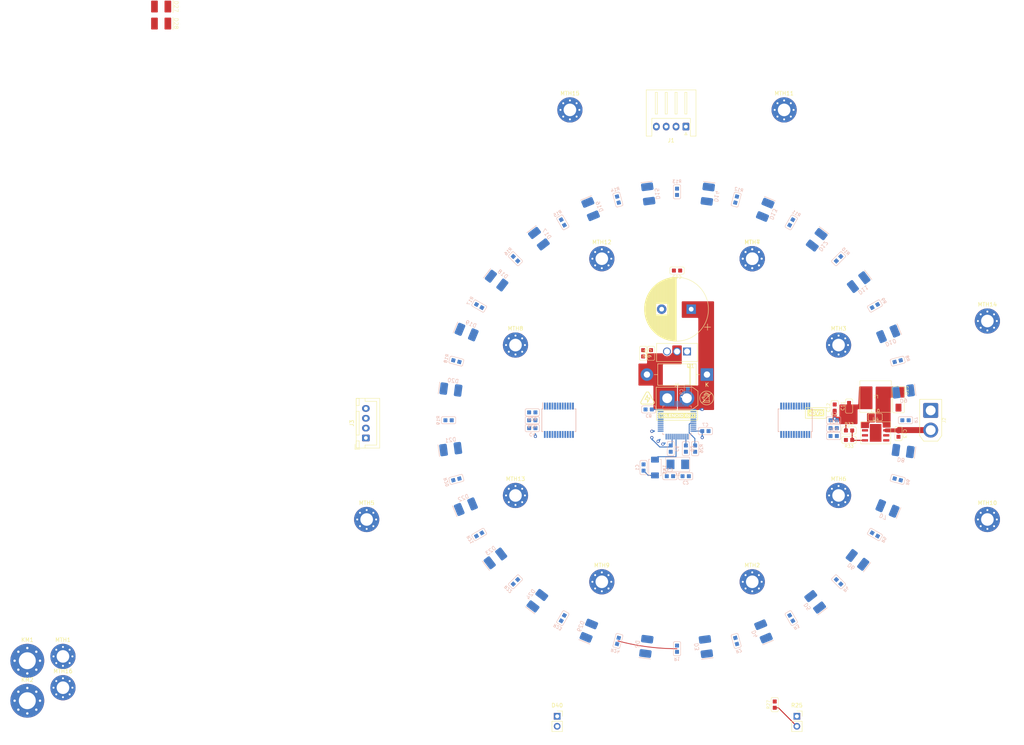
<source format=kicad_pcb>
(kicad_pcb (version 20221018) (generator pcbnew)
  (layers (0 "F.Cu" signal) (31 "B.Cu" signal) (34 "B.Paste" user) (35 "F.Paste" user) (36 "B.SilkS" user "B.Silkscreen") (37 "F.SilkS" user "F.Silkscreen") (38 "B.Mask" user) (39 "F.Mask" user) (44 "Edge.Cuts" user))
  (net 0 "")
  (net 1 "GND")
  (net 2 "+3V3")
  (net 3 "+5V")
  (net 4 "+12V")
  (net 5 "/LED")
  (net 6 "/RX")
  (net 7 "/TX")
  (net 8 "/SWDIO")
  (net 9 "/SWCLK")
  (net 28 "Net-(U2-I0)")
  (net 29 "Net-(U2-I1)")
  (net 30 "Net-(U2-I2)")
  (net 31 "/M1")
  (net 32 "Net-(U2-I3)")
  (net 33 "Net-(U2-I4)")
  (net 34 "Net-(U2-I5)")
  (net 35 "Net-(U2-I6)")
  (net 36 "Net-(U2-I7)")
  (net 37 "Net-(U2-I8)")
  (net 38 "Net-(U2-I9)")
  (net 39 "Net-(U2-I10)")
  (net 40 "Net-(U2-I11)")
  (net 41 "Net-(U2-~{E})")
  (net 42 "/M2")
  (net 43 "/BOOT")
  (net 44 "/LG")
  (net 45 "/RST")
  (net 46 "/Sol")
  (net 47 "/M1_S0")
  (net 48 "/M1_S1")
  (net 49 "/M1_S3")
  (net 50 "/M1_S2")
  (net 55 "/M2_S0")
  (net 56 "/M2_S1")
  (net 57 "/M2_S3")
  (net 58 "/M2_S2")
  (net 59 "Net-(C1-Pad2)")
  (net 60 "Net-(U3-PD0)")
  (net 61 "Net-(U3-PD1)")
  (net 62 "Net-(U4-BOOT)")
  (net 63 "Net-(U1-I0)")
  (net 64 "Net-(U1-I1)")
  (net 65 "Net-(U1-I2)")
  (net 66 "Net-(U1-I3)")
  (net 67 "Net-(U1-I4)")
  (net 68 "Net-(U1-I5)")
  (net 69 "Net-(U1-I6)")
  (net 70 "Net-(U1-I7)")
  (net 71 "Net-(U1-I8)")
  (net 72 "Net-(U1-I9)")
  (net 73 "Net-(U1-I10)")
  (net 74 "Net-(U1-I11)")
  (net 75 "Net-(U1-~{E})")
  (net 76 "Net-(U4-VSENSE)")
  (net 103 "Net-(D25-K)")
  (net 104 "+48V")
  (net 105 "Net-(D26-A)")
  (net 106 "Net-(C16-Pad1)")
  (footprint "Library:TO255P1040X460X2890-3" (layer "F.Cu") (at 136.340515 89.232535 180)
    (fp_text reference "Q1")
    (fp_text value "STP75NF75")
  )
  (footprint "MountingHole:MountingHole_3.2mm_M3_Pad_Via" (layer "F.Cu") (at 152.882398 147.704728)
    (fp_text reference "MTH2")
    (fp_text value "MountingHole_Pad")
  )
  (footprint "MountingHole:MountingHole_3.2mm_M3_Pad_Via" (layer "F.Cu") (at 114.698632 147.704728)
    (fp_text reference "MTH9")
    (fp_text value "MountingHole_Pad")
  )
  (footprint "MountingHole:MountingHole_3.2mm_M3_Pad_Via" (layer "F.Cu") (at 212.58103 131.88507)
    (fp_text reference "MTH10")
    (fp_text value "MountingHole_Pad")
  )
  (footprint "MountingHole:MountingHole_3.2mm_M3_Pad_Via" (layer "F.Cu") (at 212.58103 81.5)
    (fp_text reference "MTH14")
    (fp_text value "MountingHole_Pad")
  )
  (footprint "MountingHole:MountingHole_3.2mm_M3_Pad_Via" (layer "F.Cu") (at 106.59798 27.90202)
    (fp_text reference "MTH15")
    (fp_text value "MountingHole_Pad")
  )
  (footprint "Library:res0603" (layer "F.Cu") (at 177.462515 111.688535 180)
    (fp_text reference "R33")
    (fp_text value "5K9")
  )
  (footprint "Library:cap0603" (layer "F.Cu") (at 125.190515 89.692535 -90)
    (fp_text reference "C16")
    (fp_text value "1500pF")
  )
  (footprint "Library:cap0603" (layer "F.Cu") (at 190.012515 110.092535 -90)
    (fp_text reference "C13")
    (fp_text value "10u")
  )
  (footprint "Connector_JST:JST_XH_S4B-XH-A_1x04_P2.50mm_Horizontal" (layer "F.Cu") (at 136.040515 32.142535 180)
    (fp_text reference "J1")
    (fp_text value "Conn_01x04")
  )
  (footprint "Library:cap0603" (layer "F.Cu") (at 133.790515 68.692535 180)
    (fp_text reference "C15")
    (fp_text value "0.1u")
  )
  (footprint "Capacitor_THT:CP_Radial_D16.0mm_P7.50mm" (layer "F.Cu") (at 137.390515 78.492535 180)
    (fp_text reference "C14" hide)
    (fp_text value "1000u")
  )
  (footprint "Library:AMASS_XT30-F" (layer "F.Cu") (at 133.790515 101.092535)
    (fp_text reference "J4")
    (fp_text value "XT30")
  )
  (footprint "MountingHole:MountingHole_4.3mm_M4_Pad_Via" (layer "F.Cu") (at -31.156541 177.895479)
    (fp_text reference "KM2")
    (fp_text value "MountingHole_Pad")
  )
  (footprint "MountingHole:MountingHole_3.2mm_M3_Pad_Via" (layer "F.Cu") (at -22.106541 166.645479)
    (fp_text reference "MTH1")
    (fp_text value "MountingHole_Pad")
  )
  (footprint "MountingHole:MountingHole_3.2mm_M3_Pad_Via" (layer "F.Cu") (at 114.698632 65.680342)
    (fp_text reference "MTH12")
    (fp_text value "MountingHole_Pad")
  )
  (footprint "Library:cap0603" (layer "F.Cu") (at 173.812515 103.488535 90)
    (fp_text reference "C12")
    (fp_text value "0u1")
  )
  (footprint "Library:TI_SO-PowerPAD-8" (layer "F.Cu") (at 184.212515 109.893535)
    (fp_text reference "U4")
    (fp_text value "TPS5430DDA")
  )
  (footprint "MountingHole:MountingHole_3.2mm_M3_Pad_Via" (layer "F.Cu") (at 160.98305 27.90202)
    (fp_text reference "MTH11")
    (fp_text value "MountingHole_Pad")
  )
  (footprint "MountingHole:MountingHole_3.2mm_M3_Pad_Via" (layer "F.Cu") (at 174.802708 87.600652)
    (fp_text reference "MTH3")
    (fp_text value "MountingHole_Pad")
  )
  (footprint "Library:AMASS_XT30-F" (layer "F.Cu") (at 198.190515 106.692535 -90)
    (fp_text reference "J2")
    (fp_text value "Conn_01x02")
  )
  (footprint "Library:res0603" (layer "F.Cu") (at 177.462515 109.288535)
    (fp_text reference "R32")
    (fp_text value "10K")
  )
  (footprint "MountingHole:MountingHole_3.2mm_M3_Pad_Via" (layer "F.Cu") (at 92.778322 125.784418)
    (fp_text reference "MTH13")
    (fp_text value "MountingHole_Pad")
  )
  (footprint "Connector_PinSocket_2.54mm:PinSocket_1x02_P2.54mm_Vertical" (layer "F.Cu") (at 103.365515 181.842535)
    (fp_text reference "D40")
    (fp_text value "LED")
  )
  (footprint "Library:LED-3528" (layer "F.Cu") (at 2.825 1.66)
    (fp_text reference "D27")
    (fp_text value "LED")
  )
  (footprint "kibuzzard-64C26B0D" (layer "F.Cu") (at 169.040548 104.788535)
    (fp_text reference "kibuzzard-64C26B0D" hide)
    (fp_text value "G***" hide)
  )
  (footprint "MountingHole:MountingHole_3.2mm_M3_Pad_Via" (layer "F.Cu") (at 174.802708 125.784418)
    (fp_text reference "MTH6")
    (fp_text value "MountingHole_Pad")
  )
  (footprint "MountingHole:MountingHole_3.2mm_M3_Pad_Via" (layer "F.Cu") (at 55 131.88507)
    (fp_text reference "MTH5")
    (fp_text value "MountingHole_Pad")
  )
  (footprint "Library:res0603" (layer "F.Cu") (at 158.590515 178.892535 90)
    (fp_text reference "R27")
    (fp_text value "1k")
  )
  (footprint "Library:res0603" (layer "F.Cu") (at 127.190515 89.692535 90)
    (fp_text reference "R34")
    (fp_text value "20")
  )
  (footprint "Connector_PinSocket_2.54mm:PinSocket_1x02_P2.54mm_Vertical" (layer "F.Cu") (at 164.215515 181.842535)
    (fp_text reference "R25")
    (fp_text value "R_Photo")
  )
  (footprint "Connector_JST:JST_XH_B4B-XH-A_1x04_P2.50mm_Vertical" (layer "F.Cu") (at 54.790515 111.192535 90)
    (fp_text reference "J3")
    (fp_text value "Conn_01x04")
  )
  (footprint "MountingHole:MountingHole_4.3mm_M4_Pad_Via" (layer "F.Cu") (at -31.156541 167.745479)
    (fp_text reference "KM1")
    (fp_text value "MountingHole_Pad")
  )
  (footprint "kibuzzard-64C26A52" (layer "F.Cu") (at 133.790515 105.492535)
    (fp_text reference "kibuzzard-64C26A52" hide)
    (fp_text value "G***" hide)
  )
  (footprint "MountingHole:MountingHole_3.2mm_M3_Pad_Via" (layer "F.Cu") (at 152.881515 65.680342)
    (fp_text reference "MTH4")
    (fp_text value "MountingHole_Pad")
  )
  (footprint "MountingHole:MountingHole_3.2mm_M3_Pad_Via" (layer "F.Cu") (at 152.881515 65.680342)
    (fp_text reference "MTH7")
    (fp_text value "MountingHole_Pad")
  )
  (footprint "Library:cap0603" (layer "F.Cu") (at 184.112515 105.888535)
    (fp_text reference "C10")
    (fp_text value "10n")
  )
  (footprint "Library:SMA (DO-214AC)" (layer "F.Cu") (at 190.012515 101.488535 -90)
    (fp_text reference "D25")
    (fp_text value "SS54" hide)
  )
  (footprint "Library:LED-3528" (layer "F.Cu") (at 2.825 5.98)
    (fp_text reference "D28")
    (fp_text value "LED")
  )
  (footprint "MountingHole:MountingHole_3.2mm_M3_Pad_Via" (layer "F.Cu") (at 92.778322 87.600652)
    (fp_text reference "MTH8")
    (fp_text value "MountingHole_Pad")
  )
  (footprint "Library:cap0603" (layer "F.Cu") (at 177.462515 103.088535 90)
    (fp_text reference "C11")
    (fp_text value "220u")
  )
  (footprint "Library:0630 One Piece Inductor" (layer "F.Cu") (at 184.212515 100.688535 180)
    (fp_text reference "L1")
    (fp_text value "15uH")
  )
  (footprint "Diode_THT:D_DO-201AD_P15.24mm_Horizontal" (layer "F.Cu") (at 141.390515 95.092535 180)
    (fp_text reference "D26" hide)
    (fp_text value "1N5401")
  )
  (footprint "MountingHole:MountingHole_3.2mm_M3_Pad_Via" (layer "F.Cu") (at -22.106541 174.595479)
    (fp_text reference "MTH16")
    (fp_text value "MountingHole_Pad")
  )
  (footprint "footprints:LED-3528" (layer "B.Cu") (at 80.180657 128.637537 -157.5)
    (fp_text reference "D22")
    (fp_text value "LED-3528")
  )
  (footprint "footprints:LED-3528" (layer "B.Cu") (at 98.335517 152.502393 -127.5)
    (fp_text reference "D24")
    (fp_text value "LED-3528")
  )
  (footprint "footprints:LED-3528" (layer "B.Cu") (at 169.245513 60.882677 52.5)
    (fp_text reference "D12")
    (fp_text value "LED-3528")
  )
  (footprint "Library:ALS-PT19" (layer "B.Cu") (at 174.802708 65.680342 -135)
    (fp_text reference "R10")
    (fp_text value "R_Photo")
  )
  (footprint "Library:ALS-PT19" (layer "B.Cu") (at 75.790515 106.692535)
    (fp_text reference "R19")
    (fp_text value "R_Photo")
  )
  (footprint "footprints:LED-3528" (layer "B.Cu") (at 126.468523 49.229604 97.5)
    (fp_text reference "D15")
    (fp_text value "LED-3528")
  )
  (footprint "footprints:LED-3528" (layer "B.Cu") (at 111.845513 53.082677 112.5)
    (fp_text reference "D16")
    (fp_text value "LED-3528")
  )
  (footprint "Package_SO:SSOP-24_5.3x8.2mm_P0.65mm" (layer "B.Cu") (at 103.790515 106.692535 -90)
    (fp_text reference "U1" hide)
    (fp_text value "CD74HC4067SM")
  )
  (footprint "Library:cap0603" (layer "B.Cu") (at 136.540515 99.492535 -90)
    (fp_text reference "C9")
    (fp_text value "0.1u")
  )
  (footprint "Library:led0603" (layer "B.Cu") (at 125.290515 118.692535 -90)
    (fp_text reference "C1")
    (fp_text value "100n")
  )
  (footprint "Library:ALS-PT19" (layer "B.Cu") (at 92.778322 65.680342 -45)
    (fp_text reference "R16")
    (fp_text value "R_Photo")
  )
  (footprint "Library:Crystal" (layer "B.Cu") (at 133.990515 117.892535)
    (fp_text reference "Y1")
    (fp_text value "8Mhz")
  )
  (footprint "Library:ALS-PT19" (layer "B.Cu") (at 92.778322 147.704728 45)
    (fp_text reference "R22")
    (fp_text value "R_Photo")
  )
  (footprint "footprints:LED-3528" (layer "B.Cu") (at 141.112507 164.155466 -82.5)
    (fp_text reference "D3")
    (fp_text value "LED-3528")
  )
  (footprint "Library:ALS-PT19" (layer "B.Cu") (at 77.766817 121.70404 15)
    (fp_text reference "R20")
    (fp_text value "R_Photo")
  )
  (footprint "Library:ALS-PT19" (layer "B.Cu") (at 77.766817 91.68103 -15)
    (fp_text reference "R18")
    (fp_text value "R_Photo")
  )
  (footprint "Library:ALS-PT19" (layer "B.Cu") (at 191.790515 106.692535 180)
    (fp_text reference "R7")
    (fp_text value "R_Photo")
  )
  (footprint "Library:ALS-PT19" (layer "B.Cu") (at 148.80202 50.668837 -105)
    (fp_text reference "R12")
    (fp_text value "R_Photo")
  )
  (footprint "Library:cap0603" (layer "B.Cu") (at 135.990515 120.892535)
    (fp_text reference "C2")
    (fp_text value "22p")
  )
  (footprint "Library:cap0603" (layer "B.Cu") (at 132.190515 113.892535 90)
    (fp_text reference "C6")
    (fp_text value "0.1u")
  )
  (footprint "Library:led0603" (layer "B.Cu") (at 136.040515 113.892535 90)
    (fp_text reference "D2")
    (fp_text value "LED")
  )
  (footprint "footprints:LED-3528" (layer "B.Cu") (at 156.18095 53.267181 67.5)
    (fp_text reference "D13")
    (fp_text value "LED-3528")
  )
  (footprint "Library:ALS-PT19" (layer "B.Cu") (at 189.814213 91.68103 -165)
    (fp_text reference "R8")
    (fp_text value "R_Photo")
  )
  (footprint "footprints:LED-3528" (layer "B.Cu") (at 187.215869 129.08297 -22.5)
    (fp_text reference "D7")
    (fp_text value "LED-3528")
  )
  (footprint "footprints:LED-3528" (layer "B.Cu") (at 111.40008 160.117889 -112.5)
    (fp_text reference "D29")
    (fp_text value "LED-3528")
  )
  (footprint "footprints:LED-3528" (layer "B.Cu") (at 80.365161 84.3021 157.5)
    (fp_text reference "D19")
    (fp_text value "LED-3528")
  )
  (footprint "footprints:LED-3528" (layer "B.Cu") (at 191.190515 114.492535 -7.5)
    (fp_text reference "D8")
    (fp_text value "LED-3528")
  )
  (footprint "Library:cap0603" (layer "B.Cu") (at 131.990515 120.892535 180)
    (fp_text reference "C3")
    (fp_text value "22p")
  )
  (footprint "Library:ALS-PT19" (layer "B.Cu") (at 118.77901 162.716233 75)
    (fp_text reference "R24")
    (fp_text value "R_Photo")
  )
  (footprint "Library:ALS-PT19" (layer "B.Cu") (at 184.019988 77.692535 -150)
    (fp_text reference "R9")
    (fp_text value "R_Photo")
  )
  (footprint "Library:cap0603" (layer "B.Cu") (at 140.990515 109.442535 180)
    (fp_text reference "C7")
    (fp_text value "0.1u")
  )
  (footprint "footprints:LED-3528" (layer "B.Cu") (at 76.327584 114.014527 -172.5)
    (fp_text reference "D21")
    (fp_text value "LED-3528")
  )
  (footprint "footprints:LED-3528" (layer "B.Cu") (at 87.687153 141.765031 -142.5)
    (fp_text reference "D23")
    (fp_text value "LED-3528")
  )
  (footprint "Library:cap0603" (layer "B.Cu") (at 173.562515 106.688535 180)
    (fp_text reference "C5")
    (fp_text value "0.1u")
  )
  (footprint "Library:SW_PUSH_SPST" (layer "B.Cu") (at 128.190515 118.692535 90)
    (fp_text reference "SW1")
    (fp_text value "STM RST")
  )
  (footprint "Library:res0603" (layer "B.Cu") (at 173.562515 108.688535 180)
    (fp_text reference "R31")
    (fp_text value "10K")
  )
  (footprint "Library:res0603" (layer "B.Cu") (at 173.562515 110.688535 180)
    (fp_text reference "R30")
    (fp_text value "3K24")
  )
  (footprint "footprints:LED-3528" (layer "B.Cu") (at 191.253446 99.370543 7.5)
    (fp_text reference "D9")
    (fp_text value "LED-3528")
  )
  (footprint "footprints:LED-3528" (layer "B.Cu") (at 168.863011 152.795897 -52.5)
    (fp_text reference "D5")
    (fp_text value "LED-3528")
  )
  (footprint "footprints:LED-3528" (layer "B.Cu") (at 155.735517 160.302393 -67.5)
    (fp_text reference "D4")
    (fp_text value "LED-3528")
  )
  (footprint "footprints:LED-3528" (layer "B.Cu") (at 125.990515 164.092535 -97.5)
    (fp_text reference "D2")
    (fp_text value "LED-3528")
  )
  (footprint "footprints:LED-3528" (layer "B.Cu") (at 87.980657 71.237537 142.5)
    (fp_text reference "D18")
    (fp_text value "LED-3528")
  )
  (footprint "Library:ALS-PT19" (layer "B.Cu") (at 133.790515 164.692535 90)
    (fp_text reference "R1")
    (fp_text value "R_Photo")
  )
  (footprint "Library:ALS-PT19" (layer "B.Cu") (at 104.790515 56.463062 -60)
    (fp_text reference "R15")
    (fp_text value "R_Photo")
  )
  (footprint "footprints:LED-3528" (layer "B.Cu") (at 76.390515 98.892535 172.5)
    (fp_text reference "D20")
    (fp_text value "LED-3528")
  )
  (footprint "Library:ALS-PT19" (layer "B.Cu") (at 148.80202 162.716233 105)
    (fp_text reference "R2")
    (fp_text value "R_Photo")
  )
  (footprint "Library:cap0603" (layer "B.Cu") (at 97.040515 108.692535)
    (fp_text reference "C4")
    (fp_text value "0.1u")
  )
  (footprint "Library:ALS-PT19" (layer "B.Cu") (at 189.814213 121.70404 165)
    (fp_text reference "R6")
    (fp_text value "R_Photo")
  )
  (footprint "Library:ALS-PT19" (layer "B.Cu") (at 162.790515 56.463062 -120)
    (fp_text reference "R11")
    (fp_text value "R_Photo")
  )
  (footprint "footprints:LED-3528" (layer "B.Cu") (at 141.590515 49.292535 82.5)
    (fp_text reference "D14")
    (fp_text value "LED-3528")
  )
  (footprint "Library:ALS-PT19" (layer "B.Cu") (at 104.790515 156.922008 60)
    (fp_text reference "R23")
    (fp_text value "R_Photo")
  )
  (footprint "Library:cap0603" (layer "B.Cu") (at 126.590515 103.942535)
    (fp_text reference "C8")
    (fp_text value "0.1u")
  )
  (footprint "footprints:LED-3528" (layer "B.Cu") (at 98.718019 60.589173 127.5)
    (fp_text reference "D17")
    (fp_text value "LED-3528")
  )
  (footprint "Library:res0603" (layer "B.Cu") (at 138.390515 113.892535 90)
    (fp_text reference "R26")
    (fp_text value "10K")
  )
  (footprint "Library:ALS-PT19" (layer "B.Cu") (at 133.790515 48.692535 -90)
    (fp_text reference "R13")
    (fp_text value "R_Photo")
  )
  (footprint "Library:ALS-PT19" (layer "B.Cu") (at 184.019988 135.692535 150)
    (fp_text reference "R5")
    (fp_text value "R_Photo")
  )
  (footprint "Library:ALS-PT19" (layer "B.Cu") (at 83.561042 135.692535 30)
    (fp_text reference "R21")
    (fp_text value "R_Photo")
  )
  (footprint "Library:ALS-PT19" (layer "B.Cu") (at 174.802708 147.704728 135)
    (fp_text reference "R4")
    (fp_text value "R_Photo")
  )
  (footprint "Package_QFP:LQFP-48_7x7mm_P0.5mm" (layer "B.Cu") (at 133.790515 106.692535 90)
    (fp_text reference "U3" hide)
    (fp_text value "STM32F103CBTx")
  )
  (footprint "Library:ALS-PT19" (layer "B.Cu") (at 83.561042 77.692535 -30)
    (fp_text reference "R17")
    (fp_text value "R_Photo")
  )
  (footprint "Library:res0603" (layer "B.Cu") (at 97.040515 106.692535)
    (fp_text reference "R29")
    (fp_text value "10K")
  )
  (footprint "Library:ALS-PT19" (layer "B.Cu") (at 162.790515 156.922008 120)
    (fp_text reference "R3")
    (fp_text value "R_Photo")
  )
  (footprint "Library:ALS-PT19" (layer "B.Cu") (at 118.77901 50.668837 -75)
    (fp_text reference "R14")
    (fp_text value "R_Photo")
  )
  (footprint "footprints:LED-3528" (layer "B.Cu") (at 179.893877 71.620039 37.5)
    (fp_text reference "D11")
    (fp_text value "LED-3528")
  )
  (footprint "footprints:LED-3528" (layer "B.Cu") (at 187.400373 84.747533 22.5)
    (fp_text reference "D10")
    (fp_text value "LED-3528")
  )
  (footprint "Package_SO:SSOP-24_5.3x8.2mm_P0.65mm" (layer "B.Cu") (at 163.790515 106.692535 90)
    (fp_text reference "U2" hide)
    (fp_text value "CD74HC4067SM")
  )
  (footprint "footprints:LED-3528" (layer "B.Cu") (at 179.600373 142.147533 -37.5)
    (fp_text reference "D6")
    (fp_text value "LED-3528")
  )
  (footprint "Library:cap0603" (layer "B.Cu") (at 97.040515 104.692535)
    (fp_text reference "R28")
    (fp_text value "3K24")
  )
  (gr_arc (start 133.790515 164.692535) (mid 126.222465 164.196662) (end 118.783822 162.717522) (stroke (width 0.2)) (layer "F.Cu"))
  (gr_poly (pts (xy 126.319462 99.371465) (xy 126.350441 99.373225) (xy 126.365188 99.374558) (xy 126.379255 99.376192) (xy 126.392506 99.378126) (xy 126.404802 99.380358) (xy 126.429091 99.386228) (xy 126.453228 99.393489) (xy 126.477144 99.402091) (xy 126.500769 99.411987) (xy 126.524034 99.423126) (xy 126.546871 99.435461) (xy 126.56921 99.448944) (xy 126.590981 99.463525) (xy 126.612115 99.479157) (xy 126.632544 99.495789) (xy 126.652197 99.513375) (xy 126.671006 99.531865) (xy 126.688902 99.551211) (xy 126.705814 99.571364) (xy 126.721674 99.592275) (xy 126.736413 99.613897) (xy 127.398401 100.798348) (xy 128.048747 101.973275) (xy 128.055997 101.990638) (xy 128.062661 102.008303) (xy 128.068732 102.026222) (xy 128.074202 102.044348) (xy 128.079064 102.062636) (xy 128.083312 102.081038) (xy 128.086937 102.099509) (xy 128.089933 102.118002) (xy 128.092293 102.136469) (xy 128.094008 102.154865) (xy 128.095073 102.173144) (xy 128.095479 102.191258) (xy 128.095219 102.209161) (xy 128.094287 102.226807) (xy 128.092674 102.244149) (xy 128.090374 102.261141) (xy 128.084162 102.294579) (xy 128.076128 102.32713) (xy 128.066305 102.358751) (xy 128.054722 102.389398) (xy 128.041411 102.419028) (xy 128.026403 102.447598) (xy 128.009729 102.475064) (xy 127.99142 102.501383) (xy 127.971507 102.526511) (xy 127.950021 102.550405) (xy 127.926993 102.573022) (xy 127.902454 102.594318) (xy 127.876435 102.614249) (xy 127.848967 102.632773) (xy 127.820081 102.649846) (xy 127.789808 102.665425) (xy 127.75551 102.682507) (xy 127.71955 102.695058) (xy 127.660885 102.703773) (xy 127.558474 102.709345) (xy 127.138238 102.713843) (xy 126.290502 102.714108) (xy 125.799449 102.714149) (xy 125.437993 102.713777) (xy 125.299129 102.713204) (xy 125.184585 102.712248) (xy 125.091667 102.710816) (xy 125.052475 102.709893) (xy 125.01768 102.708816) (xy 124.986945 102.707574) (xy 124.959932 102.706155) (xy 124.936306 102.704547) (xy 124.91573 102.702739) (xy 124.897867 102.700719) (xy 124.88238 102.698476) (xy 124.868932 102.695997) (xy 124.857188 102.693272) (xy 124.84681 102.690288) (xy 124.837462 102.687035) (xy 124.828807 102.683499) (xy 124.820508 102.679671) (xy 124.784141 102.661191) (xy 124.769429 102.653805) (xy 124.755182 102.646191) (xy 124.741382 102.638335) (xy 124.728016 102.630224) (xy 124.715068 102.621844) (xy 124.702521 102.613182) (xy 124.690361 102.604224) (xy 124.678572 102.594957) (xy 124.667139 102.585368) (xy 124.656046 102.575443) (xy 124.645277 102.565168) (xy 124.634817 102.554531) (xy 124.624651 102.543518) (xy 124.614762 102.532115) (xy 124.605137 102.520308) (xy 124.595758 102.508086) (xy 124.580347 102.487302) (xy 124.573513 102.477666) (xy 124.567194 102.46842) (xy 124.561342 102.459481) (xy 124.555909 102.450762) (xy 124.550846 102.44218) (xy 124.546104 102.43365) (xy 124.541636 102.425086) (xy 124.537391 102.416405) (xy 124.533322 102.407521) (xy 124.52938 102.39835) (xy 124.525517 102.388807) (xy 124.521684 102.378806) (xy 124.513913 102.357097) (xy 124.506645 102.334109) (xy 124.500451 102.310941) (xy 124.49533 102.287628) (xy 124.49128 102.264206) (xy 124.488302 102.240709) (xy 124.486393 102.217174) (xy 124.485552 102.193634) (xy 124.485675 102.18093) (xy 124.698343 102.18093) (xy 124.698645 102.197765) (xy 124.699739 102.214663) (xy 124.701619 102.231536) (xy 124.704277 102.248297) (xy 124.707706 102.264857) (xy 124.711899 102.281128) (xy 124.716848 102.297024) (xy 124.722547 102.312455) (xy 124.728988 102.327335) (xy 124.736163 102.341575) (xy 124.741509 102.350816) (xy 124.74771 102.360243) (xy 124.754694 102.369792) (xy 124.76239 102.379399) (xy 124.770727 102.389002) (xy 124.779634 102.398539) (xy 124.789038 102.407944) (xy 124.79887 102.417157) (xy 124.809057 102.426114) (xy 124.819528 102.434751) (xy 124.830212 102.443005) (xy 124.841038 102.450814) (xy 124.851934 102.458115) (xy 124.862828 102.464844) (xy 124.873651 102.470939) (xy 124.88433 102.476335) (xy 124.932308 102.498914) (xy 127.649402 102.498914) (xy 127.703025 102.472102) (xy 127.716368 102.465142) (xy 127.729272 102.457637) (xy 127.741729 102.449609) (xy 127.753728 102.441079) (xy 127.765261 102.432069) (xy 127.776319 102.4226) (xy 127.786893 102.412695) (xy 127.796974 102.402374) (xy 127.806552 102.391659) (xy 127.815619 102.380572) (xy 127.832183 102.357368) (xy 127.846592 102.332934) (xy 127.858776 102.307443) (xy 127.868661 102.281068) (xy 127.876175 102.25398) (xy 127.87902 102.240223) (xy 127.881246 102.226352) (xy 127.882842 102.21239) (xy 127.883801 102.198358) (xy 127.884113 102.184277) (xy 127.883768 102.170169) (xy 127.882759 102.156056) (xy 127.881075 102.141959) (xy 127.878709 102.127899) (xy 127.87565 102.113899) (xy 127.87189 102.09998) (xy 127.867419 102.086163) (xy 127.668011 101.720686) (xy 127.203491 100.883191) (xy 126.966814 100.458258) (xy 126.872152 100.288531) (xy 126.79148 100.144375) (xy 126.723454 100.023598) (xy 126.66673 99.924006) (xy 126.642186 99.88147) (xy 126.619963 99.843409) (xy 126.599893 99.809548) (xy 126.581808 99.779614) (xy 126.565541 99.753332) (xy 126.550922 99.730429) (xy 126.537783 99.71063) (xy 126.525958 99.693662) (xy 126.515277 99.67925) (xy 126.505573 99.66712) (xy 126.496677 99.656999) (xy 126.488422 99.648612) (xy 126.480639 99.641686) (xy 126.47316 99.635946) (xy 126.465817 99.631118) (xy 126.458442 99.626929) (xy 126.450868 99.623104) (xy 126.442925 99.619369) (xy 126.425263 99.611074) (xy 126.408874 99.603061) (xy 126.401676 99.599743) (xy 126.394958 99.596842) (xy 126.388583 99.594325) (xy 126.382413 99.592161) (xy 126.376312 99.590317) (xy 126.370142 99.588761) (xy 126.363765 99.587462) (xy 126.357044 99.586387) (xy 126.349841 99.585504) (xy 126.342019 99.584782) (xy 126.323968 99.583689) (xy 126.301791 99.582852) (xy 126.287711 99.582591) (xy 126.27451 99.582617) (xy 126.262093 99.58295) (xy 126.250363 99.583613) (xy 126.239224 99.584627) (xy 126.22858 99.586015) (xy 126.218335 99.587797) (xy 126.208393 99.589996) (xy 126.198658 99.592633) (xy 126.189033 99.59573) (xy 126.179423 99.599309) (xy 126.169731 99.603391) (xy 126.159861 99.607997) (xy 126.149718 99.613151) (xy 126.139204 99.618873) (xy 126.128224 99.625186) (xy 126.102479 99.641041) (xy 126.076113 99.665777) (xy 126.039709 99.715152) (xy 125.98385 99.804926) (xy 125.776097 100.168706) (xy 125.377513 100.883191) (xy 124.912993 101.720686) (xy 124.769203 101.982138) (xy 124.713586 102.086163) (xy 124.708979 102.100775) (xy 124.705208 102.115977) (xy 124.702267 102.131682) (xy 124.700147 102.1478) (xy 124.698841 102.164246) (xy 124.698343 102.18093) (xy 124.485675 102.18093) (xy 124.485779 102.170125) (xy 124.487073 102.146682) (xy 124.489432 102.12334) (xy 124.492856 102.100135) (xy 124.497344 102.077101) (xy 124.502894 102.054275) (xy 124.509505 102.03169) (xy 124.517177 102.009382) (xy 124.525908 101.987386) (xy 125.176783 100.808579) (xy 125.844591 99.613897) (xy 125.858972 99.592632) (xy 125.874543 99.572002) (xy 125.891219 99.552062) (xy 125.908918 99.532868) (xy 125.927555 99.514476) (xy 125.947047 99.496943) (xy 125.96731 99.480322) (xy 125.98826 99.464672) (xy 126.009814 99.450046) (xy 126.031887 99.436502) (xy 126.054397 99.424094) (xy 126.077259 99.41288) (xy 126.10039 99.402913) (xy 126.123706 99.394251) (xy 126.147123 99.386949) (xy 126.170558 99.381063) (xy 126.182731 99.378707) (xy 126.195874 99.376663) (xy 126.20985 99.374932) (xy 126.224522 99.373512) (xy 126.255402 99.3716) (xy 126.287416 99.370921)) (fill solid) (layer "F.SilkS"))
  (gr_poly (pts (xy 126.301816 100.18185) (xy 126.308773 100.182567) (xy 126.315572 100.183655) (xy 126.322146 100.185115) (xy 126.328434 100.186948) (xy 126.33437 100.189158) (xy 126.339891 100.191747) (xy 126.342063 100.19291) (xy 126.344333 100.194271) (xy 126.346683 100.195815) (xy 126.349096 100.197523) (xy 126.351555 100.199381) (xy 126.354042 100.201371) (xy 126.356539 100.203477) (xy 126.359029 100.205681) (xy 126.361494 100.207969) (xy 126.363917 100.210323) (xy 126.36628 100.212726) (xy 126.368565 100.215162) (xy 126.370756 100.217615) (xy 126.372833 100.220068) (xy 126.374781 100.222504) (xy 126.37658 100.224908) (xy 126.392808 100.248191) (xy 126.394925 100.584741) (xy 126.397041 100.921997) (xy 126.677852 100.921997) (xy 126.770386 100.922028) (xy 126.807939 100.922104) (xy 126.840273 100.92225) (xy 126.867833 100.922492) (xy 126.891061 100.922853) (xy 126.901189 100.923085) (xy 126.910401 100.923356) (xy 126.918751 100.923668) (xy 126.926296 100.924025) (xy 126.93309 100.92443) (xy 126.93919 100.924885) (xy 126.94465 100.925394) (xy 126.949526 100.925959) (xy 126.953873 100.926583) (xy 126.957747 100.92727) (xy 126.961203 100.928022) (xy 126.964297 100.928843) (xy 126.967084 100.929735) (xy 126.969619 100.930701) (xy 126.971958 100.931744) (xy 126.974157 100.932868) (xy 126.97627 100.934075) (xy 126.978353 100.935368) (xy 126.982652 100.938224) (xy 126.988563 100.942363) (xy 126.994116 100.946828) (xy 126.999304 100.951596) (xy 127.004117 100.956646) (xy 127.008545 100.961957) (xy 127.012579 100.967506) (xy 127.016211 100.973273) (xy 127.019429 100.979235) (xy 127.022227 100.98537) (xy 127.024593 100.991658) (xy 127.026519 100.998076) (xy 127.027995 101.004602) (xy 127.029013 101.011215) (xy 127.029562 101.017893) (xy 127.029634 101.024615) (xy 127.029219 101.031358) (xy 127.024364 101.046013) (xy 127.010885 101.075576) (xy 126.955047 101.185081) (xy 126.855685 101.371182) (xy 126.70678 101.645191) (xy 126.477298 102.064291) (xy 126.404361 102.196451) (xy 126.373758 102.250558) (xy 126.369836 102.255674) (xy 126.365623 102.260439) (xy 126.361139 102.264854) (xy 126.356404 102.26892) (xy 126.351437 102.272637) (xy 126.346257 102.276006) (xy 126.340884 102.279027) (xy 126.335338 102.281701) (xy 126.329638 102.28403) (xy 126.323803 102.286012) (xy 126.317853 102.28765) (xy 126.311808 102.288943) (xy 126.305687 102.289893) (xy 126.299509 102.290499) (xy 126.293295 102.290764) (xy 126.287063 102.290686) (xy 126.280833 102.290268) (xy 126.274624 102.289509) (xy 126.268457 102.28841) (xy 126.26235 102.286972) (xy 126.256324 102.285196) (xy 126.250397 102.283082) (xy 126.244589 102.280631) (xy 126.23892 102.277843) (xy 126.233408 102.274719) (xy 126.228075 102.27126) (xy 126.222938 102.267467) (xy 126.218019 102.263339) (xy 126.213335 102.258878) (xy 126.208907 102.254085) (xy 126.204755 102.248959) (xy 126.200897 102.243502) (xy 126.196903 102.23589) (xy 126.193819 102.224144) (xy 126.191496 102.205055) (xy 126.189784 102.175416) (xy 126.187601 102.071655) (xy 126.18608 101.887197) (xy 126.183963 101.549941) (xy 125.903152 101.549941) (xy 125.810618 101.54991) (xy 125.773066 101.549834) (xy 125.740731 101.549688) (xy 125.713172 101.549446) (xy 125.689944 101.549086) (xy 125.679815 101.548853) (xy 125.670604 101.548582) (xy 125.662253 101.54827) (xy 125.654709 101.547913) (xy 125.647914 101.547508) (xy 125.641815 101.547053) (xy 125.636355 101.546544) (xy 125.631479 101.545979) (xy 125.627132 101.545355) (xy 125.623258 101.544668) (xy 125.619802 101.543916) (xy 125.616708 101.543095) (xy 125.613921 101.542203) (xy 125.611386 101.541237) (xy 125.609046 101.540194) (xy 125.606848 101.53907) (xy 125.604735 101.537863) (xy 125.602651 101.53657) (xy 125.598352 101.533714) (xy 125.592442 101.529575) (xy 125.586888 101.52511) (xy 125.581701 101.520342) (xy 125.576888 101.515292) (xy 125.57246 101.509981) (xy 125.568425 101.504432) (xy 125.564794 101.498665) (xy 125.561575 101.492703) (xy 125.558778 101.486567) (xy 125.556412 101.48028) (xy 125.554486 101.473862) (xy 125.553009 101.467336) (xy 125.551992 101.460723) (xy 125.551442 101.454045) (xy 125.551371 101.447323) (xy 125.551786 101.44058) (xy 125.55664 101.425925) (xy 125.570119 101.396362) (xy 125.603336 101.331219) (xy 125.840358 101.331219) (xy 125.841338 101.33188) (xy 125.844726 101.332538) (xy 125.858239 101.333832) (xy 125.908797 101.336246) (xy 125.984225 101.338264) (xy 126.076719 101.339686) (xy 126.151286 101.340441) (xy 126.18206 101.340821) (xy 126.208911 101.341229) (xy 126.232154 101.341687) (xy 126.2521 101.342216) (xy 126.269064 101.342835) (xy 126.283359 101.343566) (xy 126.295296 101.34443) (xy 126.300479 101.344917) (xy 126.305191 101.345446) (xy 126.30947 101.346018) (xy 126.313355 101.346636) (xy 126.316886 101.347302) (xy 126.320103 101.34802) (xy 126.323043 101.348791) (xy 126.325746 101.349619) (xy 126.328252 101.350506) (xy 126.330599 101.351454) (xy 126.332827 101.352466) (xy 126.334974 101.353545) (xy 126.339186 101.355913) (xy 126.341738 101.357456) (xy 126.344355 101.359163) (xy 126.347019 101.361014) (xy 126.349714 101.362991) (xy 126.352421 101.365076) (xy 126.355123 101.367249) (xy 126.357802 101.369493) (xy 126.360441 101.371788) (xy 126.363021 101.374117) (xy 126.365527 101.37646) (xy 126.367939 101.378799) (xy 126.370241 101.381115) (xy 126.372415 101.38339) (xy 126.374443 101.385605) (xy 126.376307 101.387741) (xy 126.377991 101.38978) (xy 126.382686 101.396911) (xy 126.384622 101.400826) (xy 126.386314 101.405291) (xy 126.387788 101.410546) (xy 126.389066 101.41683) (xy 126.391132 101.433436) (xy 126.392702 101.457021) (xy 126.393965 101.489495) (xy 126.396336 101.588747) (xy 126.399863 101.767252) (xy 126.569197 101.456808) (xy 126.689318 101.235792) (xy 126.740647 101.140719) (xy 126.739667 101.140058) (xy 126.736278 101.1394) (xy 126.722765 101.138106) (xy 126.672208 101.135692) (xy 126.596779 101.133674) (xy 126.504286 101.132252) (xy 126.429719 101.131497) (xy 126.398945 101.131117) (xy 126.372093 101.130709) (xy 126.348851 101.130251) (xy 126.328904 101.129722) (xy 126.31194 101.129103) (xy 126.297646 101.128372) (xy 126.285708 101.127508) (xy 126.280525 101.127021) (xy 126.275814 101.126492) (xy 126.271535 101.12592) (xy 126.267649 101.125302) (xy 126.264118 101.124636) (xy 126.260902 101.123918) (xy 126.257962 101.123147) (xy 126.255258 101.122319) (xy 126.252753 101.121432) (xy 126.250405 101.120484) (xy 126.248178 101.119472) (xy 126.24603 101.118393) (xy 126.241819 101.116025) (xy 126.239267 101.114482) (xy 126.23665 101.112775) (xy 126.233985 101.110924) (xy 126.231291 101.108947) (xy 126.228584 101.106862) (xy 126.225882 101.104689) (xy 126.223203 101.102445) (xy 126.220564 101.10015) (xy 126.217983 101.097821) (xy 126.215478 101.095478) (xy 126.213065 101.093139) (xy 126.210763 101.090823) (xy 126.20859 101.088548) (xy 126.206562 101.086333) (xy 126.204697 101.084197) (xy 126.203013 101.082158) (xy 126.198318 101.075027) (xy 126.196383 101.071112) (xy 126.19469 101.066647) (xy 126.193216 101.061392) (xy 126.191938 101.055108) (xy 126.189872 101.038502) (xy 126.188303 101.014917) (xy 126.187039 100.982443) (xy 126.184669 100.883191) (xy 126.181141 100.704686) (xy 126.011808 101.01513) (xy 125.891687 101.236145) (xy 125.840358 101.331219) (xy 125.603336 101.331219) (xy 125.625957 101.286857) (xy 125.725319 101.100756) (xy 125.874224 100.826747) (xy 126.103089 100.408) (xy 126.204425 100.224202) (xy 126.205712 100.222436) (xy 126.207181 100.220585) (xy 126.208815 100.218666) (xy 126.210598 100.216695) (xy 126.212514 100.214686) (xy 126.214545 100.212656) (xy 126.216675 100.210619) (xy 126.218888 100.208592) (xy 126.221168 100.206589) (xy 126.223497 100.204627) (xy 126.225858 100.202721) (xy 126.228237 100.200886) (xy 126.230615 100.199138) (xy 126.232977 100.197492) (xy 126.235306 100.195964) (xy 126.237586 100.194569) (xy 126.24261 100.1917) (xy 126.248117 100.189181) (xy 126.25404 100.187013) (xy 126.260318 100.185198) (xy 126.266884 100.183739) (xy 126.273676 100.182638) (xy 126.28063 100.181896) (xy 126.28768 100.181516) (xy 126.294763 100.1815)) (fill solid) (layer "F.SilkS"))
  (gr_rect (start 166.384482 103.488535) (end 171.640548 106.188535) (stroke (width 0.15)) (fill none) (layer "F.SilkS"))
  (gr_rect (start 128.590515 104.292535) (end 138.990515 106.692535) (stroke (width 0.15)) (fill none) (layer "F.SilkS"))
  (gr_poly (pts (xy 141.290515 99.242535) (xy 141.349212 99.243803) (xy 141.462387 99.247992) (xy 141.506845 99.250649) (xy 141.536537 99.253504) (xy 141.588492 99.261548) (xy 141.639838 99.270861) (xy 141.690563 99.281436) (xy 141.740652 99.293269) (xy 141.790091 99.306354) (xy 141.838868 99.320688) (xy 141.88697 99.336263) (xy 141.934382 99.353076) (xy 141.981091 99.37112) (xy 142.027084 99.390392) (xy 142.072347 99.410884) (xy 142.116867 99.432594) (xy 142.16063 99.455515) (xy 142.203624 99.479642) (xy 142.245834 99.504969) (xy 142.287248 99.531493) (xy 142.399449 99.61125) (xy 142.504154 99.697829) (xy 142.601173 99.790793) (xy 142.690318 99.889706) (xy 142.771402 99.994129) (xy 142.844237 100.103625) (xy 142.908634 100.217759) (xy 142.964405 100.336091) (xy 143.011362 100.458185) (xy 143.049317 100.583604) (xy 143.078081 100.711911) (xy 143.097468 100.842669) (xy 143.107288 100.975439) (xy 143.107354 101.109786) (xy 143.097477 101.245272) (xy 143.07747 101.381459) (xy 143.063731 101.448958) (xy 143.047423 101.515555) (xy 143.0286 101.581193) (xy 143.007319 101.645818) (xy 142.957604 101.771809) (xy 142.898722 101.893087) (xy 142.831116 102.009208) (xy 142.755232 102.119734) (xy 142.671514 102.224221) (xy 142.580406 102.32223) (xy 142.482353 102.413318) (xy 142.377799 102.497044) (xy 142.267188 102.572966) (xy 142.150965 102.640645) (xy 142.029575 102.699637) (xy 141.903461 102.749503) (xy 141.838772 102.770875) (xy 141.773069 102.7898) (xy 141.706407 102.806223) (xy 141.638842 102.820088) (xy 141.52664 102.837281) (xy 141.414823 102.847634) (xy 141.303625 102.85122) (xy 141.193284 102.848111) (xy 141.084034 102.838379) (xy 140.976111 102.822096) (xy 140.86975 102.799336) (xy 140.765188 102.770169) (xy 140.66266 102.734669) (xy 140.562401 102.692908) (xy 140.464648 102.644958) (xy 140.369636 102.590892) (xy 140.2776 102.530782) (xy 140.188777 102.4647) (xy 140.103401 102.392718) (xy 140.021709 102.31491) (xy 139.987801 102.279632) (xy 140.157881 102.279632) (xy 140.188925 102.306443) (xy 140.2549 102.360821) (xy 140.322357 102.411497) (xy 140.391259 102.458456) (xy 140.461568 102.501684) (xy 140.533245 102.541166) (xy 140.606252 102.576889) (xy 140.680551 102.608837) (xy 140.756104 102.636996) (xy 140.832872 102.661352) (xy 140.910818 102.68189) (xy 140.989902 102.698595) (xy 141.070087 102.711454) (xy 141.151335 102.720451) (xy 141.233607 102.725573) (xy 141.316864 102.726805) (xy 141.40107 102.724132) (xy 141.434926 102.722049) (xy 141.468752 102.719244) (xy 141.502535 102.715722) (xy 141.536261 102.711487) (xy 141.569917 102.706546) (xy 141.603489 102.700902) (xy 141.670328 102.687531) (xy 141.73667 102.671415) (xy 141.80241 102.652595) (xy 141.867438 102.631113) (xy 141.931648 102.60701) (xy 141.983794 102.585431) (xy 142.0337 102.562835) (xy 142.05798 102.551066) (xy 142.081902 102.538933) (xy 142.105533 102.526402) (xy 142.128939 102.513435) (xy 142.175347 102.486052) (xy 142.221664 102.456495) (xy 142.268428 102.424473) (xy 142.316175 102.389698) (xy 142.384162 102.335727) (xy 142.448905 102.278667) (xy 142.510337 102.218639) (xy 142.568389 102.155763) (xy 142.622994 102.090158) (xy 142.674082 102.021944) (xy 142.721586 101.951242) (xy 142.765438 101.878171) (xy 142.805569 101.802851) (xy 142.841911 101.725401) (xy 142.874396 101.645943) (xy 142.902955 101.564595) (xy 142.927521 101.481478) (xy 142.948025 101.396712) (xy 142.9644 101.310415) (xy 142.976576 101.222709) (xy 142.980593 101.172502) (xy 142.98265 101.114208) (xy 142.982839 101.05059) (xy 142.98125 100.984408) (xy 142.977974 100.918425) (xy 142.973103 100.855402) (xy 142.966727 100.7981) (xy 142.963003 100.772458) (xy 142.958937 100.749282) (xy 142.947203 100.692029) (xy 142.933954 100.635878) (xy 142.919183 100.580805) (xy 142.902878 100.526789) (xy 142.885032 100.473807) (xy 142.865634 100.421835) (xy 142.844675 100.370852) (xy 142.822147 100.320833) (xy 142.798039 100.271758) (xy 142.772343 100.223602) (xy 142.745049 100.176343) (xy 142.716148 100.129958) (xy 142.685631 100.084426) (xy 142.653487 100.039722) (xy 142.619709 99.995824) (xy 142.584286 99.95271) (xy 142.575718 99.942657) (xy 142.567596 99.933274) (xy 142.560102 99.924767) (xy 142.553419 99.917344) (xy 142.547727 99.91121) (xy 142.545311 99.908691) (xy 142.54321 99.906573) (xy 142.541449 99.90488) (xy 142.540049 99.903639) (xy 142.539034 99.902875) (xy 142.538677 99.902681) (xy 142.538426 99.902615) (xy 142.516201 99.923396) (xy 142.458521 99.979962) (xy 142.271726 100.165787) (xy 142.009259 100.428254) (xy 142.009259 101.708837) (xy 142.043831 101.708837) (xy 142.049255 101.708874) (xy 142.05418 101.708996) (xy 142.058655 101.709223) (xy 142.062727 101.709576) (xy 142.064626 101.709805) (xy 142.066443 101.710073) (xy 142.068183 101.710382) (xy 142.069851 101.710735) (xy 142.071455 101.711134) (xy 142.072999 101.711581) (xy 142.07449 101.712079) (xy 142.075934 101.71263) (xy 142.077336 101.713237) (xy 142.078703 101.713902) (xy 142.080041 101.714628) (xy 142.081355 101.715418) (xy 142.082652 101.716272) (xy 142.083936 101.717195) (xy 142.085216 101.718189) (xy 142.086495 101.719255) (xy 142.087781 101.720397) (xy 142.089079 101.721617) (xy 142.091734 101.7243) (xy 142.09451 101.727325) (xy 142.097453 101.73071) (xy 142.115798 101.753287) (xy 142.113681 101.967776) (xy 142.111564 102.182971) (xy 142.091809 102.199904) (xy 142.072053 102.216837) (xy 140.535353 102.216837) (xy 140.495842 102.182971) (xy 140.492314 102.065849) (xy 140.488787 101.948726) (xy 140.322981 102.114532) (xy 140.157881 102.279632) (xy 139.987801 102.279632) (xy 139.983348 102.275) (xy 139.946567 102.234617) (xy 139.91134 102.193717) (xy 139.877643 102.152257) (xy 139.845451 102.110194) (xy 139.814738 102.067483) (xy 139.785481 102.024082) (xy 139.757655 101.979947) (xy 139.731233 101.935035) (xy 139.706193 101.889303) (xy 139.682509 101.842706) (xy 139.660156 101.795202) (xy 139.639109 101.746747) (xy 139.619344 101.697298) (xy 139.600835 101.646811) (xy 139.583559 101.595243) (xy 139.552966 101.488449) (xy 139.529148 101.380724) (xy 139.512053 101.272357) (xy 139.501626 101.163641) (xy 139.497814 101.054868) (xy 139.498663 101.021315) (xy 139.62564 101.021315) (xy 139.626598 101.094299) (xy 139.628481 101.15389) (xy 139.631614 101.208687) (xy 139.636185 101.260043) (xy 139.642384 101.309317) (xy 139.650403 101.357862) (xy 139.660431 101.407036) (xy 139.672659 101.458194) (xy 139.687275 101.512693) (xy 139.700254 101.555958) (xy 139.714802 101.59942) (xy 139.730853 101.642963) (xy 139.748339 101.686469) (xy 139.767194 101.729823) (xy 139.78735 101.772907) (xy 139.80874 101.815604) (xy 139.831297 101.857798) (xy 139.854954 101.899372) (xy 139.879643 101.940209) (xy 139.905297 101.980192) (xy 139.93185 102.019205) (xy 139.959233 102.05713) (xy 139.98738 102.093852) (xy 140.016224 102.129252) (xy 140.045698 102.163215) (xy 140.070392 102.190732) (xy 140.281353 101.979771) (xy 140.323937 101.936994) (xy 140.363793 101.896581) (xy 140.400044 101.859443) (xy 140.429602 101.828782) (xy 140.619314 101.828782) (xy 140.619314 102.096893) (xy 141.988092 102.096893) (xy 141.988092 101.828782) (xy 140.619314 101.828782) (xy 140.429602 101.828782) (xy 140.431813 101.826489) (xy 140.458224 101.798628) (xy 140.478402 101.776769) (xy 140.491468 101.761823) (xy 140.495061 101.757226) (xy 140.496548 101.754699) (xy 140.497198 101.752829) (xy 140.497954 101.750928) (xy 140.499761 101.747056) (xy 140.501924 101.74313) (xy 140.504397 101.739198) (xy 140.507134 101.735308) (xy 140.510091 101.731506) (xy 140.513221 101.727841) (xy 140.51648 101.72436) (xy 140.519821 101.72111) (xy 140.523199 101.718139) (xy 140.526569 101.715495) (xy 140.529885 101.713225) (xy 140.531509 101.712245) (xy 140.533102 101.711377) (xy 140.534659 101.710626) (xy 140.536175 101.709998) (xy 140.537642 101.709499) (xy 140.539057 101.709135) (xy 140.540412 101.708913) (xy 140.541703 101.708837) (xy 140.728675 101.708837) (xy 141.882259 101.708837) (xy 141.882259 101.13381) (xy 141.88173 100.727762) (xy 141.881068 100.60418) (xy 141.880142 100.558782) (xy 141.303703 101.13381) (xy 140.728675 101.708837) (xy 140.541703 101.708837) (xy 140.542323 101.708807) (xy 140.542991 101.708715) (xy 140.544461 101.708358) (xy 140.546098 101.707777) (xy 140.547888 101.706985) (xy 140.549814 101.705995) (xy 140.551861 101.704819) (xy 140.554013 101.703469) (xy 140.556255 101.701958) (xy 140.558572 101.700298) (xy 140.560948 101.698502) (xy 140.563367 101.696582) (xy 140.565813 101.69455) (xy 140.568273 101.692419) (xy 140.570729 101.690201) (xy 140.573166 101.687909) (xy 140.57557 101.685554) (xy 140.58282 101.677891) (xy 140.585775 101.674487) (xy 140.588325 101.671212) (xy 140.590498 101.667949) (xy 140.592325 101.664582) (xy 140.593836 101.660994) (xy 140.595061 101.657067) (xy 140.596029 101.652686) (xy 140.596771 101.647734) (xy 140.597317 101.642093) (xy 140.597696 101.635647) (xy 140.597938 101.628279) (xy 140.598075 101.619873) (xy 140.598148 101.599476) (xy 140.598148 101.536682) (xy 140.355437 101.29256) (xy 140.280537 101.21729) (xy 140.249583 101.186025) (xy 140.222572 101.158581) (xy 140.199215 101.134639) (xy 140.179224 101.113879) (xy 140.162309 101.095982) (xy 140.14818 101.080628) (xy 140.136548 101.067499) (xy 140.131578 101.061668) (xy 140.127123 101.056274) (xy 140.123148 101.051276) (xy 140.119617 101.046635) (xy 140.116493 101.04231) (xy 140.11374 101.038262) (xy 140.111321 101.03445) (xy 140.109202 101.030836) (xy 140.107345 101.027378) (xy 140.105714 101.024037) (xy 140.104273 101.020772) (xy 140.102987 101.017545) (xy 140.100731 101.011043) (xy 140.097812 101.000893) (xy 140.095402 100.99033) (xy 140.093499 100.979422) (xy 140.092099 100.968236) (xy 140.091199 100.956839) (xy 140.090797 100.945298) (xy 140.090888 100.933681) (xy 140.090897 100.933498) (xy 140.211228 100.933498) (xy 140.211265 100.939585) (xy 140.211684 100.945931) (xy 140.212473 100.95257) (xy 140.21362 100.959537) (xy 140.214799 100.963985) (xy 140.216902 100.969028) (xy 140.220159 100.974912) (xy 140.224799 100.981884) (xy 140.239144 101.000081) (xy 140.261774 101.025595) (xy 140.294525 101.060403) (xy 140.339231 101.10648) (xy 140.471853 101.240348) (xy 140.545332 101.314217) (xy 140.603406 101.373037) (xy 140.627207 101.397393) (xy 140.647805 101.418694) (xy 140.665416 101.437176) (xy 140.680257 101.453073) (xy 140.692542 101.466623) (xy 140.702489 101.47806) (xy 140.710312 101.48762) (xy 140.713496 101.49177) (xy 140.716229 101.495539) (xy 140.71854 101.498957) (xy 140.720455 101.502052) (xy 140.722001 101.504856) (xy 140.723206 101.507396) (xy 140.724096 101.509702) (xy 140.724698 101.511805) (xy 140.72504 101.513733) (xy 140.725148 101.515515) (xy 140.725754 101.518162) (xy 140.727849 101.51896) (xy 140.731845 101.517518) (xy 140.738156 101.513443) (xy 140.759378 101.49582) (xy 140.794821 101.462951) (xy 140.921601 101.338906) (xy 141.144953 101.116171) (xy 141.564759 100.696365) (xy 141.564759 100.576421) (xy 141.683998 100.576421) (xy 141.783481 100.477643) (xy 141.882259 100.378865) (xy 141.882259 100.27656) (xy 141.882178 100.256685) (xy 141.88191 100.238774) (xy 141.881417 100.22269) (xy 141.88066 100.208297) (xy 141.880171 100.201692) (xy 141.879602 100.195459) (xy 141.878947 100.18958) (xy 141.878203 100.184038) (xy 141.877365 100.178817) (xy 141.876426 100.173899) (xy 141.875384 100.169268) (xy 141.874233 100.164905) (xy 141.872968 100.160795) (xy 141.871585 100.15692) (xy 141.870079 100.153264) (xy 141.868444 100.149808) (xy 141.866677 100.146536) (xy 141.864772 100.143431) (xy 141.862724 100.140476) (xy 141.86053 100.137653) (xy 141.858184 100.134947) (xy 141.85568 100.132339) (xy 141.853016 100.129813) (xy 141.850185 100.127351) (xy 141.847183 100.124937) (xy 141.844005 100.122554) (xy 141.840647 100.120183) (xy 141.837103 100.11781) (xy 141.833022 100.115281) (xy 141.828854 100.112987) (xy 141.824607 100.110926) (xy 141.82029 100.109095) (xy 141.81591 100.107494) (xy 141.811475 100.10612) (xy 141.806995 100.104974) (xy 141.802476 100.104051) (xy 141.797927 100.103352) (xy 141.793357 100.102875) (xy 141.788772 100.102618) (xy 141.784183 100.10258) (xy 141.779595 100.102758) (xy 141.775019 100.103152) (xy 141.770461 100.10376) (xy 141.76593 100.10458) (xy 141.761435 100.105612) (xy 141.756983 100.106852) (xy 141.752582 100.1083) (xy 141.748241 100.109955) (xy 141.743967 100.111814) (xy 141.739769 100.113876) (xy 141.735655 100.11614) (xy 141.731634 100.118603) (xy 141.727712 100.121265) (xy 141.723899 100.124124) (xy 141.720203 100.127179) (xy 141.716631 100.130427) (xy 141.713192 100.133867) (xy 141.709894 100.137498) (xy 141.706745 100.141319) (xy 141.703753 100.145326) (xy 141.698828 100.153003) (xy 141.696805 100.157098) (xy 141.695044 100.161764) (xy 141.693523 100.167302) (xy 141.692219 100.174013) (xy 141.690171 100.192158) (xy 141.688719 100.218603) (xy 141.68768 100.255757) (xy 141.686114 100.37181) (xy 141.683998 100.576421) (xy 141.564759 100.576421) (xy 141.564759 100.325949) (xy 141.564722 100.190099) (xy 141.564559 100.135346) (xy 141.564197 100.088463) (xy 141.563916 100.067758) (xy 141.563557 100.048765) (xy 141.56311 100.031396) (xy 141.562564 100.015567) (xy 141.56191 100.001193) (xy 141.561138 99.988187) (xy 141.560239 99.976464) (xy 141.559203 99.965939) (xy 141.55802 99.956526) (xy 141.55668 99.948139) (xy 141.555175 99.940693) (xy 141.553493 99.934103) (xy 141.552584 99.931102) (xy 141.551627 99.928283) (xy 141.55062 99.925635) (xy 141.549564 99.923148) (xy 141.548457 99.92081) (xy 141.547297 99.918611) (xy 141.546084 99.91654) (xy 141.544816 99.914588) (xy 141.543492 99.912742) (xy 141.54211 99.910992) (xy 141.53917 99.907739) (xy 141.535987 99.904743) (xy 141.53255 99.901918) (xy 141.52885 99.899179) (xy 141.524878 99.89644) (xy 141.516076 99.890621) (xy 141.511918 99.888032) (xy 141.507656 99.88569) (xy 141.503297 99.883592) (xy 141.498854 99.881736) (xy 141.494336 99.880121) (xy 141.489753 99.878744) (xy 141.485116 99.877603) (xy 141.480434 99.876697) (xy 141.475718 99.876023) (xy 141.470978 99.87558) (xy 141.466225 99.875366) (xy 141.461468 99.875378) (xy 141.456718 99.875615) (xy 141.451984 99.876075) (xy 141.447278 99.876756) (xy 141.442609 99.877656) (xy 141.437988 99.878773) (xy 141.433425 99.880105) (xy 141.428929 99.88165) (xy 141.424512 99.883407) (xy 141.420183 99.885372) (xy 141.415952 99.887546) (xy 141.41183 99.889924) (xy 141.407828 99.892506) (xy 141.403954 99.895289) (xy 141.40022 99.898273) (xy 141.396636 99.901453) (xy 141.393211 99.90483) (xy 141.389956 99.9084) (xy 141.386882 99.912162) (xy 141.383998 99.916114) (xy 141.381314 99.920254) (xy 141.376859 99.928514) (xy 141.373454 99.938841) (xy 141.370958 99.954162) (xy 141.369232 99.977404) (xy 141.368133 100.011494) (xy 141.367523 100.059359) (xy 141.367203 100.208121) (xy 141.367203 100.472704) (xy 141.348859 100.494576) (xy 141.346567 100.497208) (xy 141.344194 100.499678) (xy 141.341744 100.501986) (xy 141.339224 100.504133) (xy 141.336636 100.506118) (xy 141.333988 100.507941) (xy 141.331284 100.509603) (xy 141.32853 100.511102) (xy 141.32573 100.512439) (xy 141.32289 100.513613) (xy 141.320014 100.514625) (xy 141.317109 100.515474) (xy 141.314179 100.516161) (xy 141.311229 100.516684) (xy 141.308264 100.517045) (xy 141.305291 100.517242) (xy 141.302313 100.517276) (xy 141.299336 100.517147) (xy 141.296366 100.516854) (xy 141.293407 100.516398) (xy 141.290464 100.515777) (xy 141.287543 100.514993) (xy 141.284649 100.514044) (xy 141.281787 100.512932) (xy 141.278962 100.511655) (xy 141.27618 100.510213) (xy 141.273445 100.508607) (xy 141.270763 100.506837) (xy 141.268138 100.504901) (xy 141.265577 100.502801) (xy 141.263084 100.500535) (xy 141.260664 100.498104) (xy 141.243731 100.47976) (xy 141.240203 100.140387) (xy 141.238988 100.018698) (xy 141.238358 99.96966) (xy 141.237624 99.927684) (xy 141.237195 99.909156) (xy 141.236715 99.892167) (xy 141.236174 99.87664) (xy 141.235565 99.8625) (xy 141.234878 99.849673) (xy 141.234104 99.838081) (xy 141.233237 99.827649) (xy 141.232266 99.818301) (xy 141.231183 99.809963) (xy 141.229981 99.802557) (xy 141.228649 99.796008) (xy 141.227181 99.790242) (xy 141.226392 99.787628) (xy 141.225567 99.785181) (xy 141.224702 99.782891) (xy 141.223798 99.78075) (xy 141.222853 99.778747) (xy 141.221867 99.776874) (xy 141.220837 99.77512) (xy 141.219764 99.773477) (xy 141.218646 99.771934) (xy 141.217482 99.770482) (xy 141.21627 99.769112) (xy 141.215011 99.767815) (xy 141.212343 99.7654) (xy 141.20947 99.763161) (xy 141.206383 99.761021) (xy 141.203074 99.758907) (xy 141.195753 99.754449) (xy 141.193027 99.752895) (xy 141.190146 99.751411) (xy 141.187123 99.750002) (xy 141.183968 99.748672) (xy 141.180694 99.747424) (xy 141.177311 99.746263) (xy 141.173831 99.745193) (xy 141.170265 99.744218) (xy 141.166625 99.743342) (xy 141.162921 99.74257) (xy 141.159166 99.741905) (xy 141.155371 99.741352) (xy 141.151547 99.740914) (xy 141.147705 99.740597) (xy 141.143857 99.740403) (xy 141.140014 99.740337) (xy 141.135047 99.740389) (xy 141.130438 99.740554) (xy 141.12615 99.740844) (xy 141.122144 99.741275) (xy 141.118382 99.741858) (xy 141.114825 99.742607) (xy 141.111436 99.743536) (xy 141.108176 99.744659) (xy 141.105007 99.745988) (xy 141.101891 99.747538) (xy 141.098789 99.749321) (xy 141.095664 99.751351) (xy 141.092476 99.753641) (xy 141.089188 99.756206) (xy 141.085762 99.759057) (xy 141.082159 99.76221) (xy 141.079515 99.764562) (xy 141.076886 99.767106) (xy 141.074286 99.769817) (xy 141.07173 99.772672) (xy 141.069231 99.775646) (xy 141.066805 99.778717) (xy 141.064465 99.78186) (xy 141.062227 99.785052) (xy 141.060104 99.788268) (xy 141.058112 99.791486) (xy 141.056264 99.794681) (xy 141.054576 99.797829) (xy 141.053061 99.800907) (xy 141.051734 99.803891) (xy 141.05061 99.806757) (xy 141.049703 99.809482) (xy 141.048185 99.822774) (xy 141.046815 99.850073) (xy 141.044588 99.944243) (xy 141.043155 100.087096) (xy 141.042648 100.273737) (xy 141.042648 100.711887) (xy 141.025009 100.728115) (xy 141.022529 100.730292) (xy 141.019988 100.732324) (xy 141.017391 100.73421) (xy 141.014742 100.735952) (xy 141.012047 100.737549) (xy 141.009311 100.739) (xy 141.006537 100.740306) (xy 141.003732 100.741466) (xy 141.0009 100.74248) (xy 140.998046 100.743349) (xy 140.995175 100.744071) (xy 140.992291 100.744647) (xy 140.989401 100.745078) (xy 140.986508 100.745361) (xy 140.983618 100.745499) (xy 140.980735 100.745489) (xy 140.977865 100.745333) (xy 140.975012 100.74503) (xy 140.972181 100.74458) (xy 140.969377 100.743983) (xy 140.966606 100.743239) (xy 140.963871 100.742347) (xy 140.961178 100.741308) (xy 140.958532 100.740121) (xy 140.955938 100.738786) (xy 140.9534 100.737303) (xy 140.950924 100.735672) (xy 140.948514 100.733893) (xy 140.946175 100.731966) (xy 140.943913 100.72989) (xy 140.941732 100.727666) (xy 140.939637 100.725293) (xy 140.922703 100.706243) (xy 140.922703 100.443776) (xy 140.92262 100.364706) (xy 140.922306 100.302676) (xy 140.922031 100.27732) (xy 140.921661 100.255347) (xy 140.921184 100.236465) (xy 140.920587 100.22038) (xy 140.919857 100.2068) (xy 140.918983 100.195433) (xy 140.917951 100.185987) (xy 140.91675 100.178168) (xy 140.916082 100.174777) (xy 140.915367 100.171684) (xy 140.914604 100.168852) (xy 140.91379 100.166244) (xy 140.912925 100.163823) (xy 140.912006 100.161553) (xy 140.910003 100.157321) (xy 140.90654 100.150965) (xy 140.902776 100.144994) (xy 140.898731 100.139409) (xy 140.894423 100.134211) (xy 140.88987 100.129401) (xy 140.88509 100.124979) (xy 140.880102 100.120946) (xy 140.874924 100.117303) (xy 140.869574 100.11405) (xy 140.864071 100.111189) (xy 140.858434 100.10872) (xy 140.85268 100.106645) (xy 140.846827 100.104963) (xy 140.840895 100.103675) (xy 140.834901 100.102783) (xy 140.828864 100.102287) (xy 140.822803 100.102188) (xy 140.816734 100.102487) (xy 140.810678 100.103184) (xy 140.804652 100.10428) (xy 140.798675 100.105776) (xy 140.792764 100.107673) (xy 140.786939 100.109972) (xy 140.781217 100.112672) (xy 140.775618 100.115776) (xy 140.770158 100.119284) (xy 140.764857 100.123196) (xy 140.759734 100.127514) (xy 140.754805 100.132238) (xy 140.750091 100.137368) (xy 140.745608 100.142907) (xy 140.741376 100.148854) (xy 140.725148 100.172843) (xy 140.725148 101.079482) (xy 140.706803 101.101354) (xy 140.704204 101.10439) (xy 140.701682 101.107156) (xy 140.699219 101.109661) (xy 140.696793 101.111915) (xy 140.694384 101.11393) (xy 140.69197 101.115716) (xy 140.689532 101.117282) (xy 140.687048 101.11864) (xy 140.684498 101.119799) (xy 140.681861 101.120771) (xy 140.679116 101.121564) (xy 140.676244 101.12219) (xy 140.673222 101.122659) (xy 140.670032 101.122981) (xy 140.666651 101.123167) (xy 140.663059 101.123226) (xy 140.658795 101.123085) (xy 140.654616 101.122561) (xy 140.650339 101.121501) (xy 140.645784 101.119754) (xy 140.64077 101.117167) (xy 140.635116 101.11359) (xy 140.628642 101.108869) (xy 140.621166 101.102853) (xy 140.612508 101.095391) (xy 140.602487 101.086329) (xy 140.577631 101.062802) (xy 140.545152 101.031056) (xy 140.503603 100.989876) (xy 140.476223 100.962919) (xy 140.450058 100.937467) (xy 140.425729 100.914098) (xy 140.403855 100.893392) (xy 140.385058 100.875926) (xy 140.369956 100.862281) (xy 140.35917 100.853034) (xy 140.355589 100.850241) (xy 140.35332 100.848765) (xy 140.351579 100.84798) (xy 140.34955 100.847216) (xy 140.347255 100.846477) (xy 140.344721 100.845767) (xy 140.339032 100.844449) (xy 140.332682 100.843297) (xy 140.325869 100.842344) (xy 140.318792 100.841622) (xy 140.311648 100.841164) (xy 140.304637 100.841004) (xy 140.299576 100.841049) (xy 140.294941 100.841201) (xy 140.290678 100.841483) (xy 140.286733 100.841919) (xy 140.283053 100.842533) (xy 140.279584 100.843348) (xy 140.277911 100.843839) (xy 140.276272 100.844389) (xy 140.274658 100.845001) (xy 140.273063 100.845678) (xy 140.271481 100.846424) (xy 140.269904 100.847241) (xy 140.266741 100.8491) (xy 140.263519 100.85128) (xy 140.260187 100.853803) (xy 140.256688 100.856695) (xy 140.252971 100.859978) (xy 140.248981 100.863677) (xy 140.244664 100.867815) (xy 140.239239 100.873543) (xy 140.23433 100.879107) (xy 140.229929 100.884543) (xy 140.226022 100.889886) (xy 140.222599 100.895171) (xy 140.219649 100.900433) (xy 140.217159 100.905708) (xy 140.215119 100.91103) (xy 140.213517 100.916435) (xy 140.212342 100.921958) (xy 140.211583 100.927634) (xy 140.211228 100.933498) (xy 140.090897 100.933498) (xy 140.091471 100.922055) (xy 140.092541 100.910486) (xy 140.094096 100.899043) (xy 140.096132 100.887792) (xy 140.098647 100.8768) (xy 140.101638 100.866135) (xy 140.105101 100.855863) (xy 140.109033 100.846053) (xy 140.113431 100.836771) (xy 140.121015 100.823107) (xy 140.129453 100.810176) (xy 140.138709 100.797999) (xy 140.148742 100.786599) (xy 140.159515 100.775997) (xy 140.17099 100.766214) (xy 140.183129 100.757272) (xy 140.195893 100.749194) (xy 140.209244 100.742) (xy 140.223144 100.735712) (xy 140.237554 100.730353) (xy 140.252436 100.725943) (xy 140.267753 100.722505) (xy 140.283466 100.720061) (xy 140.299536 100.718631) (xy 140.315925 100.718237) (xy 140.328841 100.718583) (xy 140.340969 100.719414) (xy 140.352461 100.72082) (xy 140.363473 100.72289) (xy 140.374159 100.725711) (xy 140.384672 100.729375) (xy 140.395166 100.733968) (xy 140.405796 100.73958) (xy 140.416715 100.746301) (xy 140.428077 100.754218) (xy 140.440037 100.763421) (xy 140.452748 100.773998) (xy 140.466365 100.786039) (xy 140.481041 100.799633) (xy 140.49693 100.814867) (xy 140.514187 100.831832) (xy 140.597442 100.913676) (xy 140.599559 100.533382) (xy 140.601675 100.153087) (xy 140.624959 100.105815) (xy 140.627677 100.100519) (xy 140.63053 100.095226) (xy 140.633506 100.089959) (xy 140.636589 100.084737) (xy 140.639768 100.079581) (xy 140.643029 100.074512) (xy 140.646358 100.06955) (xy 140.649741 100.064717) (xy 140.653166 100.060032) (xy 140.656619 100.055517) (xy 140.660087 100.051192) (xy 140.663555 100.047078) (xy 140.667011 100.043195) (xy 140.670441 100.039565) (xy 140.673832 100.036207) (xy 140.67717 100.033143) (xy 140.688058 100.024513) (xy 140.69952 100.016622) (xy 140.711501 100.009481) (xy 140.723946 100.003102) (xy 140.7368 99.997496) (xy 140.750009 99.992674) (xy 140.763517 99.988648) (xy 140.777271 99.98543) (xy 140.791214 99.98303) (xy 140.805293 99.98146) (xy 140.819453 99.980731) (xy 140.833638 99.980855) (xy 140.847794 99.981843) (xy 140.861867 99.983706) (xy 140.875801 99.986456) (xy 140.889542 99.990104) (xy 140.922703 99.999982) (xy 140.922703 99.898382) (xy 140.922819 99.868992) (xy 140.923232 99.844771) (xy 140.923582 99.834311) (xy 140.924043 99.824799) (xy 140.924628 99.81612) (xy 140.925349 99.808159) (xy 140.926219 99.800802) (xy 140.927251 99.793933) (xy 140.928456 99.787439) (xy 140.929847 99.781204) (xy 140.931437 99.775114) (xy 140.933237 99.769054) (xy 140.935261 99.762909) (xy 140.93752 99.756565) (xy 140.941284 99.747559) (xy 140.945675 99.738558) (xy 140.950657 99.729601) (xy 140.956195 99.720725) (xy 140.962254 99.711969) (xy 140.968799 99.703372) (xy 140.975794 99.69497) (xy 140.983205 99.686803) (xy 140.990996 99.678909) (xy 140.999132 99.671327) (xy 141.007578 99.664093) (xy 141.0163 99.657247) (xy 141.025261 99.650827) (xy 141.034426 99.644871) (xy 141.043761 99.639417) (xy 141.053231 99.634504) (xy 141.063151 99.630171) (xy 141.073553 99.626433) (xy 141.084375 99.623288) (xy 141.095553 99.620735) (xy 141.107025 99.618773) (xy 141.118728 99.617401) (xy 141.130598 99.616619) (xy 141.142572 99.616424) (xy 141.154588 99.616817) (xy 141.166582 99.617795) (xy 141.178491 99.619359) (xy 141.190252 99.621506) (xy 141.201803 99.624237) (xy 141.213079 99.627549) (xy 141.224019 99.631442) (xy 141.234559 99.635915) (xy 141.24336 99.640243) (xy 141.252017 99.645006) (xy 141.260503 99.650176) (xy 141.268789 99.655726) (xy 141.276848 99.661627) (xy 141.284652 99.667851) (xy 141.292172 99.674371) (xy 141.299382 99.681159) (xy 141.306252 99.688186) (xy 141.312756 99.695426) (xy 141.318864 99.702849) (xy 141.32455 99.710428) (xy 141.329786 99.718136) (xy 141.334542 99.725944) (xy 141.338793 99.733824) (xy 141.342509 99.741748) (xy 141.345141 99.747947) (xy 141.34769 99.753765) (xy 141.35221 99.763797) (xy 141.354015 99.76778) (xy 141.355407 99.770919) (xy 141.356303 99.773099) (xy 141.356539 99.773793) (xy 141.35662 99.774204) (xy 141.356915 99.774279) (xy 141.357523 99.774243) (xy 141.359608 99.773851) (xy 141.362734 99.773063) (xy 141.366762 99.771911) (xy 141.371551 99.770428) (xy 141.37696 99.768648) (xy 141.382848 99.766603) (xy 141.389076 99.764326) (xy 141.392467 99.763277) (xy 141.396262 99.76225) (xy 141.404895 99.76028) (xy 141.414637 99.75846) (xy 141.425147 99.75683) (xy 141.436087 99.755431) (xy 141.447118 99.754305) (xy 141.457902 99.753494) (xy 141.468098 99.753037) (xy 141.478962 99.753322) (xy 141.489715 99.754167) (xy 141.500343 99.755556) (xy 141.510829 99.757476) (xy 141.521159 99.759911) (xy 141.531317 99.762846) (xy 141.541288 99.766267) (xy 141.551056 99.770158) (xy 141.560606 99.774505) (xy 141.569922 99.779293) (xy 141.578989 99.784507) (xy 141.587793 99.790133) (xy 141.596317 99.796154) (xy 141.604545 99.802558) (xy 141.612464 99.809328) (xy 141.620057 99.816449) (xy 141.627309 99.823908) (xy 141.634204 99.831688) (xy 141.640727 99.839776) (xy 141.646864 99.848156) (xy 141.652598 99.856814) (xy 141.657913 99.865735) (xy 141.662796 99.874903) (xy 141.66723 99.884304) (xy 141.6712 99.893923) (xy 141.67469 99.903745) (xy 141.677686 99.913756) (xy 141.680171 99.92394) (xy 141.682131 99.934283) (xy 141.68355 99.94477) (xy 141.684412 99.955386) (xy 141.684703 99.966115) (xy 141.684736 99.973303) (xy 141.684836 99.979962) (xy 141.685001 99.985959) (xy 141.685232 99.991162) (xy 141.685373 99.993425) (xy 141.68553 99.99544) (xy 141.685704 99.99719) (xy 141.685894 99.998659) (xy 141.686101 99.99983) (xy 141.686324 100.000687) (xy 141.686442 100.000993) (xy 141.686564 100.001214) (xy 141.68669 100.001348) (xy 141.68682 100.001393) (xy 141.687659 100.00117) (xy 141.689565 100.000533) (xy 141.69608 99.998218) (xy 141.716453 99.99081) (xy 141.729163 99.986805) (xy 141.742366 99.983773) (xy 141.755973 99.981697) (xy 141.769899 99.980557) (xy 141.784056 99.980335) (xy 141.798358 99.981012) (xy 141.812718 99.982569) (xy 141.827049 99.984989) (xy 141.841264 99.988252) (xy 141.855277 99.992339) (xy 141.869 99.997233) (xy 141.882347 100.002914) (xy 141.895231 100.009365) (xy 141.907565 100.016565) (xy 141.919263 100.024498) (xy 141.930237 100.033143) (xy 141.937534 100.039966) (xy 141.944596 100.047442) (xy 141.951401 100.055529) (xy 141.95793 100.064187) (xy 141.96416 100.073375) (xy 141.970073 100.08305) (xy 141.975646 100.093172) (xy 141.98086 100.103699) (xy 141.985694 100.114589) (xy 141.990126 100.125802) (xy 141.994137 100.137296) (xy 141.997705 100.14903) (xy 142.000811 100.160963) (xy 142.003433 100.173052) (xy 142.00555 100.185258) (xy 142.007142 100.197537) (xy 142.012787 100.248337) (xy 142.230803 100.030321) (xy 142.449525 99.811599) (xy 142.414953 99.78126) (xy 142.367754 99.741148) (xy 142.319072 99.702857) (xy 142.268981 99.666423) (xy 142.217552 99.63188) (xy 142.164858 99.599264) (xy 142.110972 99.568609) (xy 142.055965 99.539951) (xy 141.99991 99.513325) (xy 141.94288 99.488766) (xy 141.884946 99.466309) (xy 141.826181 99.44599) (xy 141.766658 99.427843) (xy 141.706448 99.411903) (xy 141.645625 99.398206) (xy 141.58426 99.386788) (xy 141.522425 99.377682) (xy 141.460378 99.370923) (xy 141.397888 99.366506) (xy 141.33509 99.364408) (xy 141.272119 99.364607) (xy 141.20911 99.36708) (xy 141.1462 99.371803) (xy 141.083524 99.378755) (xy 141.021216 99.387912) (xy 140.959413 99.399253) (xy 140.89825 99.412753) (xy 140.837862 99.428391) (xy 140.778384 99.446143) (xy 140.719952 99.465987) (xy 140.662702 99.4879) (xy 140.606768 99.51186) (xy 140.552287 99.537843) (xy 140.514322 99.557572) (xy 140.47595 99.579097) (xy 140.43734 99.602278) (xy 140.398663 99.626974) (xy 140.360089 99.653048) (xy 140.321789 99.680358) (xy 140.283933 99.708766) (xy 140.246693 99.738133) (xy 140.210238 99.768317) (xy 140.174739 99.799181) (xy 140.140366 99.830584) (xy 140.10729 99.862388) (xy 140.075683 99.894451) (xy 140.045713 99.926636) (xy 140.017552 99.958802) (xy 139.99137 99.99081) (xy 139.965413 100.024559) (xy 139.940214 100.05909) (xy 139.915806 100.094343) (xy 139.892217 100.130256) (xy 139.869481 100.166769) (xy 139.847627 100.20382) (xy 139.826686 100.241349) (xy 139.806691 100.279294) (xy 139.787671 100.317594) (xy 139.769657 100.35619) (xy 139.752682 100.395018) (xy 139.736775 100.43402) (xy 139.721967 100.473133) (xy 139.708291 100.512297) (xy 139.695776 100.55145) (xy 139.684453 100.590532) (xy 139.667585 100.655644) (xy 139.653883 100.716672) (xy 139.643141 100.775352) (xy 139.638816 100.804353) (xy 139.635153 100.833419) (xy 139.632126 100.862766) (xy 139.629711 100.892612) (xy 139.626609 100.954665) (xy 139.62564 101.021315) (xy 139.498663 101.021315) (xy 139.500562 100.946328) (xy 139.509818 100.838312) (xy 139.525527 100.731114) (xy 139.547635 100.625023) (xy 139.57609 100.520332) (xy 139.610836 100.417331) (xy 139.651821 100.316313) (xy 139.698991 100.217569) (xy 139.752291 100.12139) (xy 139.811669 100.028067) (xy 139.87707 99.937893) (xy 139.8899 99.921814) (xy 139.904439 99.904409) (xy 139.937803 99.866478) (xy 139.975482 99.825801) (xy 140.0158 99.784082) (xy 140.057076 99.743025) (xy 140.097633 99.704332) (xy 140.135792 99.669707) (xy 140.153448 99.654453) (xy 140.169875 99.640854) (xy 140.224038 99.598705) (xy 140.278895 99.559021) (xy 140.334529 99.521767) (xy 140.391023 99.486911) (xy 140.44846 99.454419) (xy 140.506922 99.42426) (xy 140.566491 99.396398) (xy 140.627252 99.370803) (xy 140.689286 99.347439) (xy 140.752675 99.326276) (xy 140.817504 99.307278) (xy 140.883854 99.290413) (xy 140.951807 99.275649) (xy 141.021448 99.262952) (xy 141.092858 99.252289) (xy 141.16612 99.243626) (xy 141.193959 99.242314) (xy 141.237094 99.241995)) (fill solid) (layer "F.SilkS"))
  (segment (start 173.812515 106.288535) (end 173.812515 104.288535) (width 1) (layer "F.Cu") (net 2))
  (segment (start 176.662515 107.088535) (end 177.462515 106.288535) (width 0.3) (layer "F.Cu") (net 2))
  (segment (start 177.462515 106.288535) (end 173.812515 106.288535) (width 1) (layer "F.Cu") (net 2))
  (segment (start 176.662515 109.288535) (end 176.662515 107.088535) (width 0.3) (layer "F.Cu") (net 2))
  (via (at 140.190515 111.092535) (size 0.8) (drill 0.4) (layers "F.Cu" "B.Cu") (net 2))
  (via (at 127.390515 111.092535) (size 0.8) (drill 0.4) (layers "F.Cu" "B.Cu") (net 2))
  (via (at 97.840515 110.802535) (size 0.8) (drill 0.4) (layers "F.Cu" "B.Cu") (net 2))
  (via (at 173.812515 106.288535) (size 0.8) (drill 0.4) (layers "F.Cu" "B.Cu") (net 2))
  (segment (start 132.190515 113.092535) (end 131.805515 113.477535) (width 0.25) (layer "B.Cu") (net 2))
  (segment (start 132.540515 112.742535) (end 132.540515 110.855035) (width 0.25) (layer "B.Cu") (net 2))
  (segment (start 127.390515 111.46784) (end 127.390515 111.092535) (width 0.25) (layer "B.Cu") (net 2))
  (segment (start 140.190515 109.442535) (end 140.190515 111.092535) (width 0.25) (layer "B.Cu") (net 2))
  (segment (start 137.953015 109.442535) (end 140.190515 109.442535) (width 0.25) (layer "B.Cu") (net 2))
  (segment (start 127.390515 103.942535) (end 129.628015 103.942535) (width 0.25) (layer "B.Cu") (net 2))
  (segment (start 132.190515 113.092535) (end 132.540515 112.742535) (width 0.25) (layer "B.Cu") (net 2))
  (segment (start 129.40021 113.477535) (end 127.390515 111.46784) (width 0.25) (layer "B.Cu") (net 2))
  (segment (start 131.805515 113.477535) (end 129.40021 113.477535) (width 0.25) (layer "B.Cu") (net 2))
  (segment (start 136.540515 100.292535) (end 136.540515 102.530035) (width 0.25) (layer "B.Cu") (net 2))
  (segment (start 189.978515 109.258535) (end 190.012515 109.292535) (width 1) (layer "F.Cu") (net 4))
  (segment (start 186.912515 109.258535) (end 189.978515 109.258535) (width 1) (layer "F.Cu") (net 4))
  (segment (start 198.190515 109.192535) (end 190.112515 109.192535) (width 1.5) (layer "F.Cu") (net 4))
  (segment (start 190.012515 109.088535) (end 190.116515 109.192535) (width 0.25) (layer "F.Cu") (net 4))
  (segment (start 190.112515 109.192535) (end 190.012515 109.292535) (width 1.5) (layer "F.Cu") (net 4))
  (segment (start 136.040515 113.092535) (end 136.040515 110.855035) (width 0.25) (layer "B.Cu") (net 5))
  (via (at 127.390515 109.492535) (size 0.8) (drill 0.4) (layers "F.Cu" "B.Cu") (net 6))
  (via (at 128.990515 112.042535) (size 0.8) (drill 0.4) (layers "F.Cu" "B.Cu") (net 7))
  (via (at 134.930515 100.762535) (size 0.8) (drill 0.4) (layers "F.Cu" "B.Cu") (net 8))
  (via (at 140.190515 103.942535) (size 0.8) (drill 0.4) (layers "F.Cu" "B.Cu") (net 9))
  (segment (start 136.890515 109.90185) (end 136.890515 107.70185) (width 0.25) (layer "B.Cu") (net 43))
  (segment (start 137.14983 107.442535) (end 137.953015 107.442535) (width 0.25) (layer "B.Cu") (net 43))
  (segment (start 136.890515 107.70185) (end 137.14983 107.442535) (width 0.25) (layer "B.Cu") (net 43))
  (segment (start 138.310105 113.098933) (end 138.310105 111.32144) (width 0.25) (layer "B.Cu") (net 43))
  (segment (start 138.310105 111.32144) (end 136.890515 109.90185) (width 0.25) (layer "B.Cu") (net 43))
  (segment (start 158.590515 179.692535) (end 159.525515 179.692535) (width 0.25) (layer "F.Cu") (net 44))
  (segment (start 159.525515 179.692535) (end 164.215515 184.382535) (width 0.25) (layer "F.Cu") (net 44))
  (via (at 130.190515 112.752535) (size 0.8) (drill 0.4) (layers "F.Cu" "B.Cu") (net 44))
  (segment (start 128.940515 115.942535) (end 128.190515 116.692535) (width 0.25) (layer "B.Cu") (net 45))
  (segment (start 133.540515 110.855035) (end 133.540515 115.942535) (width 0.25) (layer "B.Cu") (net 45))
  (segment (start 133.540515 115.942535) (end 128.940515 115.942535) (width 0.25) (layer "B.Cu") (net 45))
  (segment (start 125.290515 119.492535) (end 126.490515 120.692535) (width 0.25) (layer "B.Cu") (net 59))
  (segment (start 126.490515 120.692535) (end 128.190515 120.692535) (width 0.25) (layer "B.Cu") (net 59))
  (segment (start 178.372515 111.798535) (end 178.262515 111.688535) (width 0.3) (layer "F.Cu") (net 76))
  (segment (start 178.262515 109.288535) (end 178.262515 111.688535) (width 0.3) (layer "F.Cu") (net 76))
  (segment (start 181.512515 111.798535) (end 178.372515 111.798535) (width 0.3) (layer "F.Cu") (net 76))
  (zone (net 0) (net_name "") (layer "F.Cu") (priority 1) (connect_pads yes (clearance 0.2)) (min_thickness 0.25) (fill yes (thermal_gap 0.5) (thermal_bridge_width 0.5) (smoothing fillet) (radius 0.2))
    (polygon (pts (xy 180.412515 108.688535) (xy 182.612515 108.688535) (xy 182.612515 107.288535) (xy 184.212515 107.292535) (xy 184.212515 104.888535) (xy 182.012515 104.888535) (xy 182.012515 107.088535) (xy 180.412515 107.088535)))
  )
  (zone (net 4) (net_name "+12V") (layer "F.Cu") (priority 7) (connect_pads yes (clearance 0.2)) (min_thickness 0.25) (fill yes (thermal_gap 0.5) (thermal_bridge_width 0.5) (smoothing fillet) (radius 0.2))
    (polygon (pts (xy 134.990515 76.492535) (xy 134.990515 80.692535) (xy 139.190515 80.692535) (xy 139.190515 97.892535) (xy 133.790515 97.892535) (xy 133.790515 104.092535) (xy 143.190515 104.092535) (xy 143.190515 76.492535)))
  )
  (zone (net 2) (net_name "+3V3") (layer "F.Cu") (priority 4) (connect_pads yes (clearance 0.2)) (min_thickness 0.25) (fill yes (thermal_gap 0.5) (thermal_bridge_width 0.5) (smoothing fillet) (radius 0.2))
    (polygon (pts (xy 175.012515 107.688535) (xy 179.612515 107.688535) (xy 179.612515 103.888535) (xy 183.412515 103.888535) (xy 183.412515 98.088535) (xy 180.012515 98.088535) (xy 179.812515 102.688535) (xy 175.012515 102.688535)))
  )
  (zone (net 0) (net_name "") (layer "F.Cu") (priority 3) (connect_pads yes (clearance 0.2)) (min_thickness 0.25) (fill yes (thermal_gap 0.5) (thermal_bridge_width 0.5) (smoothing fillet) (radius 0.2))
    (polygon (pts (xy 191.578515 98.148535) (xy 184.212515 98.148535) (xy 184.212515 107.292535) (xy 185.990515 107.292535) (xy 185.990515 108.562535) (xy 188.022515 108.562535) (xy 188.022515 100.942535) (xy 191.578515 100.942535)))
  )
  (zone (net 105) (net_name "Net-(D26-A)") (layer "F.Cu") (priority 8) (connect_pads yes (clearance 0.2)) (min_thickness 0.25) (fill yes (thermal_gap 0.5) (thermal_bridge_width 0.5) (smoothing fillet) (radius 0.2))
    (polygon (pts (xy 126.190515 89.692535) (xy 126.190515 92.292535) (xy 123.990515 92.292535) (xy 123.990515 97.892535) (xy 127.790515 97.892535) (xy 127.790515 104.092535) (xy 133.790515 104.092535) (xy 133.790515 97.892535) (xy 130.190515 97.892535) (xy 130.190515 92.492535) (xy 134.990515 92.492535) (xy 134.990515 87.692535) (xy 132.590515 87.692535) (xy 132.590515 89.692535)))
  )
)
</source>
